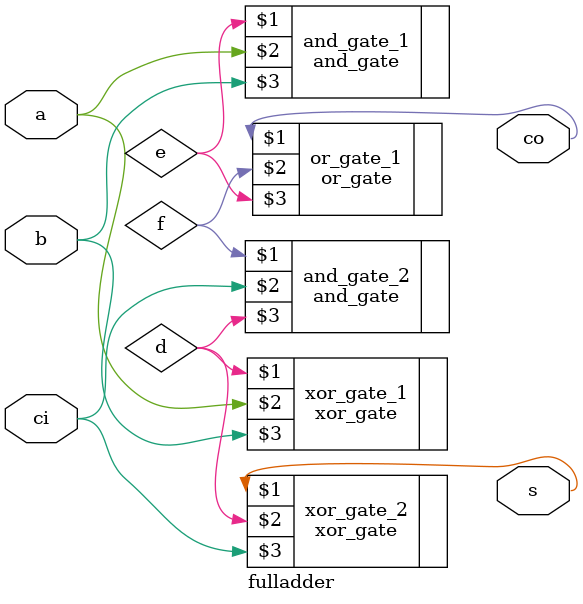
<source format=v>
module fulladder(s,co,ci,b,a);

output s,co;
input a,b,ci;
wire d,e,f;

xor_gate xor_gate_1(d,a,b);
xor_gate xor_gate_2(s,d,ci);

and_gate and_gate_1(e,a,b);
and_gate and_gate_2(f,ci,d);
or_gate or_gate_1(co,f,e);

endmodule

</source>
